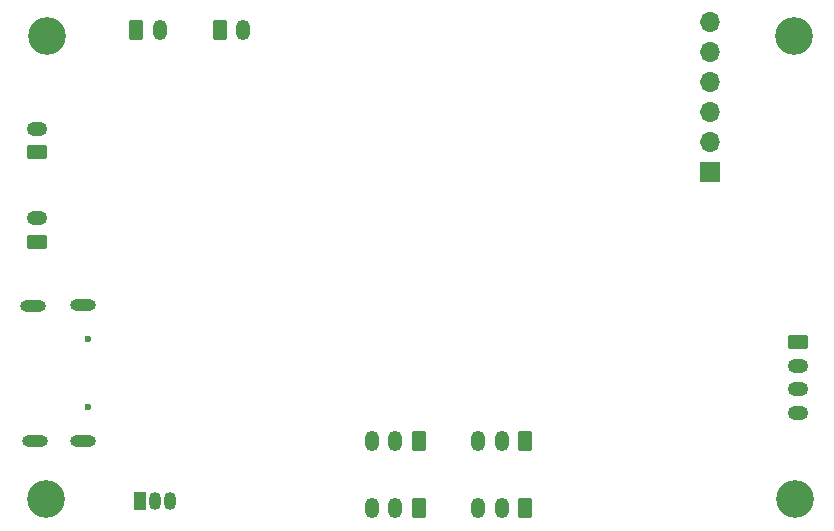
<source format=gbr>
%TF.GenerationSoftware,KiCad,Pcbnew,7.0.1*%
%TF.CreationDate,2023-11-07T22:06:08+01:00*%
%TF.ProjectId,GasWeighter,47617357-6569-4676-9874-65722e6b6963,rev?*%
%TF.SameCoordinates,Original*%
%TF.FileFunction,Soldermask,Bot*%
%TF.FilePolarity,Negative*%
%FSLAX46Y46*%
G04 Gerber Fmt 4.6, Leading zero omitted, Abs format (unit mm)*
G04 Created by KiCad (PCBNEW 7.0.1) date 2023-11-07 22:06:08*
%MOMM*%
%LPD*%
G01*
G04 APERTURE LIST*
G04 Aperture macros list*
%AMRoundRect*
0 Rectangle with rounded corners*
0 $1 Rounding radius*
0 $2 $3 $4 $5 $6 $7 $8 $9 X,Y pos of 4 corners*
0 Add a 4 corners polygon primitive as box body*
4,1,4,$2,$3,$4,$5,$6,$7,$8,$9,$2,$3,0*
0 Add four circle primitives for the rounded corners*
1,1,$1+$1,$2,$3*
1,1,$1+$1,$4,$5*
1,1,$1+$1,$6,$7*
1,1,$1+$1,$8,$9*
0 Add four rect primitives between the rounded corners*
20,1,$1+$1,$2,$3,$4,$5,0*
20,1,$1+$1,$4,$5,$6,$7,0*
20,1,$1+$1,$6,$7,$8,$9,0*
20,1,$1+$1,$8,$9,$2,$3,0*%
G04 Aperture macros list end*
%ADD10RoundRect,0.250000X0.625000X-0.350000X0.625000X0.350000X-0.625000X0.350000X-0.625000X-0.350000X0*%
%ADD11O,1.750000X1.200000*%
%ADD12O,2.200000X1.000000*%
%ADD13C,0.600000*%
%ADD14C,3.200000*%
%ADD15O,1.200000X1.750000*%
%ADD16RoundRect,0.250000X-0.350000X-0.625000X0.350000X-0.625000X0.350000X0.625000X-0.350000X0.625000X0*%
%ADD17RoundRect,0.250000X0.350000X0.625000X-0.350000X0.625000X-0.350000X-0.625000X0.350000X-0.625000X0*%
%ADD18O,1.700000X1.700000*%
%ADD19R,1.700000X1.700000*%
%ADD20R,1.050000X1.500000*%
%ADD21O,1.050000X1.500000*%
%ADD22RoundRect,0.250000X-0.625000X0.350000X-0.625000X-0.350000X0.625000X-0.350000X0.625000X0.350000X0*%
G04 APERTURE END LIST*
D10*
%TO.C,J2*%
X101550000Y-62350000D03*
D11*
X101550000Y-60350000D03*
%TD*%
D12*
%TO.C,P1*%
X101425000Y-86774981D03*
X105492692Y-86765000D03*
X101217000Y-75335000D03*
X105492692Y-75317635D03*
D13*
X105875000Y-83940000D03*
X105875000Y-78160000D03*
%TD*%
D14*
%TO.C,H1*%
X102400000Y-52550000D03*
%TD*%
D15*
%TO.C,J12*%
X119050000Y-52000000D03*
D16*
X117050000Y-52000000D03*
%TD*%
D15*
%TO.C,J9*%
X138900000Y-92450000D03*
X140900000Y-92450000D03*
D17*
X142900000Y-92450000D03*
%TD*%
D15*
%TO.C,J7*%
X138900000Y-86800000D03*
X140900000Y-86800000D03*
D17*
X142900000Y-86800000D03*
%TD*%
D14*
%TO.C,H3*%
X165750000Y-91750000D03*
%TD*%
%TO.C,H2*%
X102371320Y-91700000D03*
%TD*%
%TO.C,H4*%
X165700000Y-52500000D03*
%TD*%
D18*
%TO.C,J11*%
X158550000Y-51350000D03*
X158550000Y-53890000D03*
X158550000Y-56430000D03*
X158550000Y-58970000D03*
X158550000Y-61510000D03*
D19*
X158550000Y-64050000D03*
%TD*%
D20*
%TO.C,U2*%
X110300000Y-91900000D03*
D21*
X111570000Y-91900000D03*
X112840000Y-91900000D03*
%TD*%
D15*
%TO.C,J6*%
X129900000Y-86800000D03*
X131900000Y-86800000D03*
D17*
X133900000Y-86800000D03*
%TD*%
D15*
%TO.C,J1*%
X111950000Y-52000000D03*
D16*
X109950000Y-52000000D03*
%TD*%
D11*
%TO.C,J10*%
X165992500Y-84437500D03*
X165992500Y-82437500D03*
X165992500Y-80437500D03*
D22*
X165992500Y-78437500D03*
%TD*%
D10*
%TO.C,J3*%
X101550000Y-69950000D03*
D11*
X101550000Y-67950000D03*
%TD*%
D17*
%TO.C,J8*%
X133900000Y-92450000D03*
D15*
X131900000Y-92450000D03*
X129900000Y-92450000D03*
%TD*%
M02*

</source>
